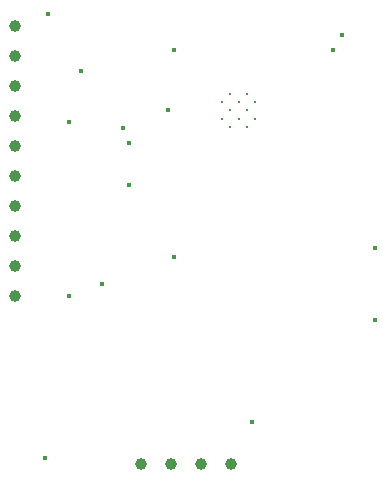
<source format=gbr>
%TF.GenerationSoftware,KiCad,Pcbnew,8.0.9-8.0.9-0~ubuntu20.04.1*%
%TF.CreationDate,2025-05-17T12:19:39+02:00*%
%TF.ProjectId,Buch_ESP32_1_Kap9_ESP_Standard,42756368-5f45-4535-9033-325f315f4b61,rev?*%
%TF.SameCoordinates,Original*%
%TF.FileFunction,Plated,1,2,PTH,Drill*%
%TF.FilePolarity,Positive*%
%FSLAX46Y46*%
G04 Gerber Fmt 4.6, Leading zero omitted, Abs format (unit mm)*
G04 Created by KiCad (PCBNEW 8.0.9-8.0.9-0~ubuntu20.04.1) date 2025-05-17 12:19:39*
%MOMM*%
%LPD*%
G01*
G04 APERTURE LIST*
%TA.AperFunction,ComponentDrill*%
%ADD10C,0.200000*%
%TD*%
%TA.AperFunction,ViaDrill*%
%ADD11C,0.400000*%
%TD*%
%TA.AperFunction,ComponentDrill*%
%ADD12C,1.000000*%
%TD*%
G04 APERTURE END LIST*
D10*
%TO.C,IC2*%
X153156000Y-99444000D03*
X153156000Y-100844000D03*
X153856000Y-98744000D03*
X153856000Y-100144000D03*
X153856000Y-101544000D03*
X154556000Y-99444000D03*
X154556000Y-100844000D03*
X155256000Y-98744000D03*
X155256000Y-100144000D03*
X155256000Y-101544000D03*
X155956000Y-99444000D03*
X155956000Y-100844000D03*
%TD*%
D11*
X138176000Y-129540000D03*
X138430000Y-91948000D03*
X140208000Y-101092000D03*
X140208000Y-115824000D03*
X141224000Y-96774000D03*
X143002000Y-114808000D03*
X144780000Y-101600000D03*
X145288000Y-102870000D03*
X145288000Y-106426000D03*
X148590000Y-100076000D03*
X149098000Y-94996000D03*
X149098000Y-112522000D03*
X155702000Y-126492000D03*
X162560000Y-94996000D03*
X163322000Y-93726000D03*
X166116000Y-111760000D03*
X166116000Y-117856000D03*
D12*
%TO.C,J1*%
X135636000Y-92964000D03*
X135636000Y-95504000D03*
X135636000Y-98044000D03*
X135636000Y-100584000D03*
X135636000Y-103124000D03*
X135636000Y-105664000D03*
X135636000Y-108204000D03*
X135636000Y-110744000D03*
X135636000Y-113284000D03*
X135636000Y-115824000D03*
%TO.C,J3*%
X146304000Y-130048000D03*
X148844000Y-130048000D03*
X151384000Y-130048000D03*
X153924000Y-130048000D03*
M02*

</source>
